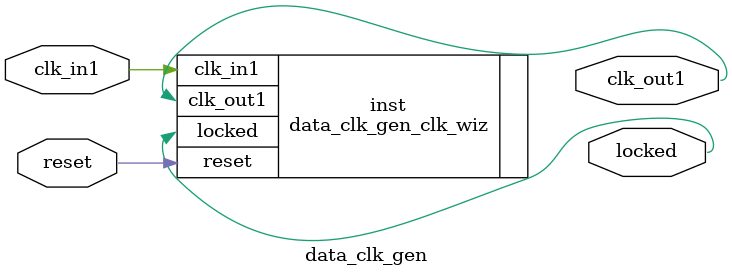
<source format=v>


`timescale 1ps/1ps

(* CORE_GENERATION_INFO = "data_clk_gen,clk_wiz_v6_0_9_0_0,{component_name=data_clk_gen,use_phase_alignment=true,use_min_o_jitter=false,use_max_i_jitter=false,use_dyn_phase_shift=false,use_inclk_switchover=false,use_dyn_reconfig=false,enable_axi=0,feedback_source=FDBK_AUTO,PRIMITIVE=PLL,num_out_clk=1,clkin1_period=5.000,clkin2_period=10.0,use_power_down=false,use_reset=true,use_locked=true,use_inclk_stopped=false,feedback_type=SINGLE,CLOCK_MGR_TYPE=NA,manual_override=true}" *)

module data_clk_gen 
 (
  // Clock out ports
  output        clk_out1,
  // Status and control signals
  input         reset,
  output        locked,
 // Clock in ports
  input         clk_in1
 );

  data_clk_gen_clk_wiz inst
  (
  // Clock out ports  
  .clk_out1(clk_out1),
  // Status and control signals               
  .reset(reset), 
  .locked(locked),
 // Clock in ports
  .clk_in1(clk_in1)
  );

endmodule

</source>
